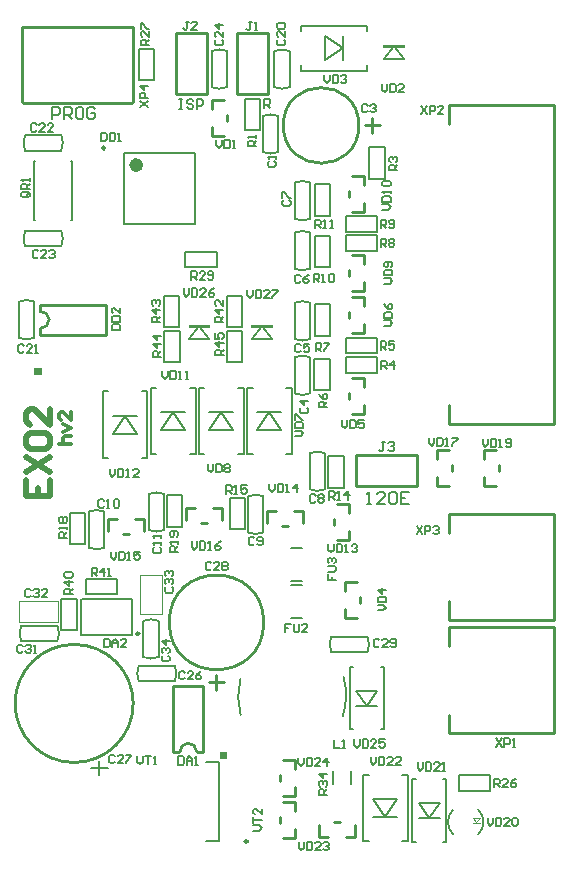
<source format=gto>
G04 Layer_Color=65535*
%FSLAX24Y24*%
%MOIN*%
G70*
G01*
G75*
%ADD10C,0.0079*%
%ADD36C,0.0118*%
%ADD37C,0.0197*%
%ADD41C,0.0236*%
%ADD42C,0.0098*%
%ADD61C,0.0070*%
%ADD62C,0.0100*%
%ADD63C,0.0071*%
%ADD64C,0.0039*%
%ADD65C,0.0050*%
%ADD66C,0.0059*%
G36*
X30616Y32163D02*
X30366D01*
Y32413D01*
X30616D01*
Y32163D01*
D02*
G37*
G36*
X36805Y19373D02*
X36555D01*
Y19623D01*
X36805D01*
Y19373D01*
D02*
G37*
G36*
X36236Y33733D02*
X35516D01*
Y33843D01*
X36236D01*
Y33733D01*
D02*
G37*
G36*
X42732Y43073D02*
X42012D01*
Y43183D01*
X42732D01*
Y43073D01*
D02*
G37*
G36*
X38323Y33733D02*
X37603D01*
Y33843D01*
X38323D01*
Y33733D01*
D02*
G37*
D10*
X33376Y39567D02*
X35738D01*
X33376Y37205D02*
X35738D01*
Y39567D01*
X33376Y37205D02*
Y39567D01*
X38927Y25167D02*
X39281D01*
X38927Y24065D02*
X39281D01*
X38927Y26417D02*
X39281D01*
X38927Y25315D02*
X39281D01*
X31594Y39311D02*
X31634D01*
Y37343D02*
Y39311D01*
X31594Y37343D02*
X31634D01*
X30374Y39311D02*
X30413D01*
X30374Y37343D02*
Y39311D01*
Y37343D02*
X30413D01*
X40315Y18553D02*
Y18986D01*
X40945Y18553D02*
Y18986D01*
X42042Y42703D02*
X42372Y43133D01*
X42702Y42703D01*
X42042D02*
X42702D01*
X41457Y43632D02*
Y43819D01*
Y42323D02*
Y42510D01*
X39252Y43632D02*
Y43819D01*
Y42323D02*
Y42510D01*
Y43819D02*
X41457D01*
X39252Y42323D02*
X41457D01*
X37461Y31732D02*
X37648D01*
X38770D02*
X38957D01*
X37461Y29528D02*
X37648D01*
X38770D02*
X38957D01*
X37461D02*
Y31732D01*
X38957Y29528D02*
Y31732D01*
X35856Y31742D02*
X36043D01*
X37165D02*
X37352D01*
X35856Y29537D02*
X36043D01*
X37165D02*
X37352D01*
X35856D02*
Y31742D01*
X37352Y29537D02*
Y31742D01*
X34252D02*
X34439D01*
X35561D02*
X35748D01*
X34252Y29537D02*
X34439D01*
X35561D02*
X35748D01*
X34252D02*
Y31742D01*
X35748Y29537D02*
Y31742D01*
X32648Y31624D02*
X32835D01*
X33957D02*
X34144D01*
X32648Y29419D02*
X32835D01*
X33957D02*
X34144D01*
X32648D02*
Y31624D01*
X34144Y29419D02*
Y31624D01*
X42028Y20364D02*
Y22451D01*
X40886Y20364D02*
Y22451D01*
X41919Y20364D02*
X42028D01*
X40886D02*
X40994D01*
X41919Y22451D02*
X42028D01*
X40886D02*
X40994D01*
X35546Y33363D02*
X35876Y33793D01*
X36206Y33363D01*
X35546D02*
X36206D01*
X37633D02*
X37963Y33793D01*
X38293Y33363D01*
X37633D02*
X38293D01*
X36112Y19262D02*
X36545D01*
X36112Y16624D02*
X36545D01*
Y19262D01*
X42638Y16644D02*
X42825D01*
X41329D02*
X41516D01*
X42638Y18848D02*
X42825D01*
X41329D02*
X41516D01*
X42825Y16644D02*
Y18848D01*
X41329Y16644D02*
Y18848D01*
X44114Y16604D02*
Y18691D01*
X42972Y16604D02*
Y18691D01*
X44006Y16604D02*
X44114D01*
X42972D02*
X43081D01*
X44006Y18691D02*
X44114D01*
X42972D02*
X43081D01*
X32274Y19085D02*
X32825D01*
X32539Y18848D02*
Y19311D01*
X42060Y29951D02*
X41955D01*
X42008D01*
Y29688D01*
X41955Y29636D01*
X41903D01*
X41850Y29688D01*
X42165Y29898D02*
X42218Y29951D01*
X42323D01*
X42375Y29898D01*
Y29846D01*
X42323Y29793D01*
X42270D01*
X42323D01*
X42375Y29741D01*
Y29688D01*
X42323Y29636D01*
X42218D01*
X42165Y29688D01*
X41476Y27884D02*
X41608D01*
X41542D01*
Y28277D01*
X41476Y28212D01*
X42067Y27884D02*
X41804D01*
X42067Y28146D01*
Y28212D01*
X42001Y28277D01*
X41870D01*
X41804Y28212D01*
X42198D02*
X42264Y28277D01*
X42395D01*
X42460Y28212D01*
Y27949D01*
X42395Y27884D01*
X42264D01*
X42198Y27949D01*
Y28212D01*
X42854Y28277D02*
X42592D01*
Y27884D01*
X42854D01*
X42592Y28081D02*
X42723D01*
X35207Y41358D02*
X35312D01*
X35259D01*
Y41043D01*
X35207D01*
X35312D01*
X35679Y41306D02*
X35627Y41358D01*
X35522D01*
X35469Y41306D01*
Y41253D01*
X35522Y41201D01*
X35627D01*
X35679Y41148D01*
Y41096D01*
X35627Y41043D01*
X35522D01*
X35469Y41096D01*
X35784Y41043D02*
Y41358D01*
X35941D01*
X35994Y41306D01*
Y41201D01*
X35941Y41148D01*
X35784D01*
X30965Y40718D02*
Y41112D01*
X31161D01*
X31227Y41046D01*
Y40915D01*
X31161Y40850D01*
X30965D01*
X31358Y40718D02*
Y41112D01*
X31555D01*
X31621Y41046D01*
Y40915D01*
X31555Y40850D01*
X31358D01*
X31489D02*
X31621Y40718D01*
X31948Y41112D02*
X31817D01*
X31752Y41046D01*
Y40784D01*
X31817Y40718D01*
X31948D01*
X32014Y40784D01*
Y41046D01*
X31948Y41112D01*
X32408Y41046D02*
X32342Y41112D01*
X32211D01*
X32145Y41046D01*
Y40784D01*
X32211Y40718D01*
X32342D01*
X32408Y40784D01*
Y40915D01*
X32276D01*
X38031Y41073D02*
Y41388D01*
X38189D01*
X38241Y41335D01*
Y41230D01*
X38189Y41178D01*
X38031D01*
X38136D02*
X38241Y41073D01*
D36*
X31191Y29882D02*
X31585D01*
X31388D01*
X31322Y29947D01*
Y30079D01*
X31388Y30144D01*
X31585D01*
X31322Y30275D02*
X31585Y30407D01*
X31322Y30538D01*
X31585Y30931D02*
Y30669D01*
X31322Y30931D01*
X31257D01*
X31191Y30866D01*
Y30735D01*
X31257Y30669D01*
D37*
X30099Y28665D02*
Y28140D01*
X30886D01*
Y28665D01*
X30492Y28140D02*
Y28402D01*
X30099Y28927D02*
X30886Y29452D01*
X30099D02*
X30886Y28927D01*
X30230Y29714D02*
X30099Y29845D01*
Y30108D01*
X30230Y30239D01*
X30755D01*
X30886Y30108D01*
Y29845D01*
X30755Y29714D01*
X30230D01*
X30886Y31026D02*
Y30501D01*
X30361Y31026D01*
X30230D01*
X30099Y30895D01*
Y30632D01*
X30230Y30501D01*
D41*
X33888Y39173D02*
G03*
X33888Y39173I-118J0D01*
G01*
D42*
X33874Y23556D02*
G03*
X33874Y23556I-49J0D01*
G01*
X32736Y39744D02*
G03*
X32736Y39744I-49J0D01*
G01*
X37490Y16624D02*
G03*
X37490Y16624I-49J0D01*
G01*
D61*
X38503Y40811D02*
G03*
X37992Y40810I-255J-609D01*
G01*
Y39604D02*
G03*
X38503Y39603I256J608D01*
G01*
X39056Y31561D02*
G03*
X39567Y31562I255J609D01*
G01*
Y32768D02*
G03*
X39056Y32769I-256J-608D01*
G01*
X39566Y34581D02*
G03*
X39055Y34580I-255J-609D01*
G01*
Y33373D02*
G03*
X39566Y33373I256J608D01*
G01*
X39055Y35715D02*
G03*
X39566Y35715I255J609D01*
G01*
Y36922D02*
G03*
X39055Y36922I-256J-608D01*
G01*
X39566Y38587D02*
G03*
X39055Y38586I-255J-609D01*
G01*
Y37379D02*
G03*
X39566Y37379I256J608D01*
G01*
X39557Y28362D02*
G03*
X40067Y28363I255J609D01*
G01*
Y29570D02*
G03*
X39557Y29570I-256J-608D01*
G01*
X38011Y28134D02*
G03*
X37500Y28133I-255J-609D01*
G01*
Y26926D02*
G03*
X38011Y26926I256J608D01*
G01*
X32705Y27622D02*
G03*
X32195Y27622I-255J-609D01*
G01*
Y26415D02*
G03*
X32705Y26414I256J608D01*
G01*
X34704Y28212D02*
G03*
X34193Y28212I-255J-609D01*
G01*
Y27005D02*
G03*
X34704Y27005I256J608D01*
G01*
X38377Y41768D02*
G03*
X38888Y41768I255J609D01*
G01*
Y42975D02*
G03*
X38377Y42976I-256J-608D01*
G01*
X30373Y34620D02*
G03*
X29862Y34619I-255J-609D01*
G01*
Y33412D02*
G03*
X30373Y33412I256J608D01*
G01*
X31274Y39657D02*
G03*
X31273Y40167I-609J255D01*
G01*
X30066D02*
G03*
X30066Y39657I608J-256D01*
G01*
X31274Y36468D02*
G03*
X31273Y36978I-609J255D01*
G01*
X30066D02*
G03*
X30066Y36468I608J-256D01*
G01*
X36291Y41768D02*
G03*
X36801Y41768I255J609D01*
G01*
Y42975D02*
G03*
X36291Y42976I-256J-608D01*
G01*
X33854Y22479D02*
G03*
X33855Y21969I609J-255D01*
G01*
X35062D02*
G03*
X35062Y22479I-608J256D01*
G01*
X40272Y23454D02*
G03*
X40272Y22943I609J-255D01*
G01*
X41479D02*
G03*
X41480Y23454I-608J256D01*
G01*
X29937Y23818D02*
G03*
X29938Y23307I609J-255D01*
G01*
X31144D02*
G03*
X31145Y23818I-608J256D01*
G01*
X34007Y22772D02*
G03*
X34518Y22772I255J609D01*
G01*
Y23979D02*
G03*
X34007Y23979I-256J-608D01*
G01*
X37992Y39606D02*
Y40807D01*
X38503Y39607D02*
Y40807D01*
X39567Y31565D02*
Y32766D01*
X39056Y31565D02*
Y32765D01*
X39055Y33376D02*
Y34577D01*
X39566Y33377D02*
Y34577D01*
Y35719D02*
Y36919D01*
X39055Y35719D02*
Y36919D01*
Y37382D02*
Y38583D01*
X39566Y37383D02*
Y38583D01*
X40067Y28366D02*
Y29567D01*
X39557Y28366D02*
Y29566D01*
X37500Y26929D02*
Y28130D01*
X38011Y26930D02*
Y28130D01*
X32195Y26417D02*
Y27618D01*
X32706Y26418D02*
Y27618D01*
X34193Y27008D02*
Y28209D01*
X34704Y27009D02*
Y28209D01*
X38888Y41772D02*
Y42972D01*
X38377Y41772D02*
Y42972D01*
X29862Y33415D02*
Y34616D01*
X30373Y33416D02*
Y34616D01*
X30069Y40167D02*
X31270D01*
X30070Y39656D02*
X31270D01*
X30069Y36978D02*
X31270D01*
X30070Y36467D02*
X31270D01*
X36801Y41772D02*
Y42972D01*
X36290Y41772D02*
Y42972D01*
X33858Y21969D02*
X35059D01*
X33858Y22479D02*
X35058D01*
X40276Y22943D02*
X41476D01*
X40276Y23454D02*
X41476D01*
X29941Y23307D02*
X31142D01*
X29941Y23818D02*
X31141D01*
X34518Y22776D02*
Y23976D01*
X34007Y22776D02*
Y23976D01*
X37382Y40325D02*
Y41368D01*
X37894Y40325D02*
Y41368D01*
X37382D02*
X37894D01*
X37382Y40325D02*
X37894D01*
X42057Y38720D02*
Y39764D01*
X41545Y38720D02*
Y39764D01*
Y38720D02*
X42057D01*
X41545Y39764D02*
X42057D01*
X40748Y32254D02*
X41791D01*
X40748Y32766D02*
X41791D01*
X40748Y32254D02*
Y32766D01*
X41791Y32254D02*
Y32766D01*
X40748Y32894D02*
X41791D01*
X40748Y33406D02*
X41791D01*
X40748Y32894D02*
Y33406D01*
X41791Y32894D02*
Y33406D01*
X40217Y31673D02*
Y32717D01*
X39705Y31673D02*
Y32717D01*
Y31673D02*
X40217D01*
X39705Y32717D02*
X40217D01*
X39715Y33484D02*
Y34528D01*
X40226Y33484D02*
Y34528D01*
X39715D02*
X40226D01*
X39715Y33484D02*
X40226D01*
X40748Y36319D02*
X41791D01*
X40748Y36831D02*
X41791D01*
X40748Y36319D02*
Y36831D01*
X41791Y36319D02*
Y36831D01*
X40748Y36949D02*
X41791D01*
X40748Y37461D02*
X41791D01*
X40748Y36949D02*
Y37461D01*
X41791Y36949D02*
Y37461D01*
X40226Y35768D02*
Y36811D01*
X39715Y35768D02*
Y36811D01*
Y35768D02*
X40226D01*
X39715Y36811D02*
X40226D01*
X39715Y37490D02*
Y38533D01*
X40226Y37490D02*
Y38533D01*
X39715D02*
X40226D01*
X39715Y37490D02*
X40226D01*
X40688Y28415D02*
Y29459D01*
X40176Y28415D02*
Y29459D01*
Y28415D02*
X40688D01*
X40176Y29459D02*
X40688D01*
X36890Y27037D02*
Y28081D01*
X37402Y27037D02*
Y28081D01*
X36890D02*
X37402D01*
X36890Y27037D02*
X37402D01*
X31565Y26526D02*
Y27569D01*
X32077Y26526D02*
Y27569D01*
X31565D02*
X32077D01*
X31565Y26526D02*
X32077D01*
X34793Y27116D02*
Y28159D01*
X35305Y27116D02*
Y28159D01*
X34793D02*
X35305D01*
X34793Y27116D02*
X35305D01*
X44518Y18317D02*
X45561D01*
X44518Y18829D02*
X45561D01*
X44518Y18317D02*
Y18829D01*
X45561Y18317D02*
Y18829D01*
X33848Y41998D02*
Y43041D01*
X34360Y41998D02*
Y43041D01*
X33848D02*
X34360D01*
X33848Y41998D02*
X34360D01*
X35413Y35758D02*
X36457D01*
X35413Y36270D02*
X36457D01*
X35413Y35758D02*
Y36270D01*
X36457Y35758D02*
Y36270D01*
X31791Y23671D02*
Y24715D01*
X31280Y23671D02*
Y24715D01*
Y23671D02*
X31791D01*
X31280Y24715D02*
X31791D01*
X32087Y24862D02*
X33130D01*
X32087Y25374D02*
X33130D01*
X32087Y24862D02*
Y25374D01*
X33130Y24862D02*
Y25374D01*
X37313Y33760D02*
Y34803D01*
X36801Y33760D02*
Y34803D01*
Y33760D02*
X37313D01*
X36801Y34803D02*
X37313D01*
X35207Y33760D02*
Y34803D01*
X34695Y33760D02*
Y34803D01*
Y33760D02*
X35207D01*
X34695Y34803D02*
X35207D01*
X34705Y32608D02*
Y33652D01*
X35217Y32608D02*
Y33652D01*
X34705D02*
X35217D01*
X34705Y32608D02*
X35217D01*
X36801D02*
Y33652D01*
X37313Y32608D02*
Y33652D01*
X36801D02*
X37313D01*
X36801Y32608D02*
X37313D01*
D62*
X33671Y21226D02*
G03*
X33671Y21226I-1969J0D01*
G01*
X38022Y23927D02*
G03*
X38022Y23927I-1575J0D01*
G01*
X35785Y19622D02*
G03*
X35227Y19603I-280J0D01*
G01*
X30587Y33732D02*
G03*
X30568Y34291I0J280D01*
G01*
X41193Y40492D02*
G03*
X41193Y40492I-1260J0D01*
G01*
X36447Y21677D02*
Y22177D01*
X36197Y21927D02*
X36697D01*
X35004Y19602D02*
Y21802D01*
X36004Y19602D02*
Y21802D01*
X35004D02*
X36004D01*
X35004Y19602D02*
X35204D01*
X35804D02*
X36004D01*
X30566Y34513D02*
X32766D01*
X30566Y33513D02*
X32766D01*
Y34513D01*
X30566Y34313D02*
Y34513D01*
Y33513D02*
Y33713D01*
X37136Y41526D02*
Y43573D01*
X38159Y41526D02*
Y43573D01*
X37136D02*
X38159D01*
X37136Y41526D02*
X38159D01*
X35098D02*
Y43573D01*
X36122Y41526D02*
Y43573D01*
X35098D02*
X36122D01*
X35098Y41526D02*
X36122D01*
X36293Y41354D02*
X36693D01*
X36293Y41054D02*
Y41354D01*
Y40154D02*
X36693D01*
X36293D02*
Y40454D01*
X36793Y40654D02*
Y40854D01*
X40722Y24072D02*
Y24372D01*
Y25272D02*
X41122D01*
X40722Y24972D02*
Y25272D01*
X41222Y24572D02*
Y24772D01*
X40722Y24072D02*
X41122D01*
X41364Y31790D02*
Y32090D01*
X40964Y30890D02*
X41364D01*
Y31190D01*
X40864Y31390D02*
Y31590D01*
X40964Y32090D02*
X41364D01*
Y34487D02*
Y34787D01*
X40964Y33587D02*
X41364D01*
Y33887D01*
X40864Y34087D02*
Y34287D01*
X40964Y34787D02*
X41364D01*
Y35874D02*
Y36174D01*
X40964Y34974D02*
X41364D01*
Y35274D01*
X40864Y35474D02*
Y35674D01*
X40964Y36174D02*
X41364D01*
Y38502D02*
Y38802D01*
X40964Y37602D02*
X41364D01*
Y37902D01*
X40864Y38102D02*
Y38302D01*
X40964Y38802D02*
X41364D01*
X40472Y26687D02*
X40872D01*
Y26987D01*
X40472Y27887D02*
X40872D01*
Y27587D02*
Y27887D01*
X40372Y27187D02*
Y27387D01*
X39346Y27254D02*
Y27654D01*
X39046D02*
X39346D01*
X38146Y27254D02*
Y27654D01*
X38446D01*
X38646Y27154D02*
X38846D01*
X34041Y26988D02*
Y27388D01*
X33741D02*
X34041D01*
X32841Y26988D02*
Y27388D01*
X33141D01*
X33341Y26888D02*
X33541D01*
X36640Y27333D02*
Y27733D01*
X36340D02*
X36640D01*
X35440Y27333D02*
Y27733D01*
X35740D01*
X35940Y27233D02*
X36140D01*
X45368Y29661D02*
X45768D01*
X45368Y29361D02*
Y29661D01*
Y28461D02*
X45768D01*
X45368D02*
Y28761D01*
X45868Y28961D02*
Y29161D01*
X40766Y16775D02*
X41066D01*
X39866D02*
Y17175D01*
Y16775D02*
X40166D01*
X40366Y17275D02*
X40566D01*
X41066Y16775D02*
Y17175D01*
X39051Y19024D02*
Y19324D01*
X38651Y18124D02*
X39051D01*
Y18424D01*
X38551Y18624D02*
Y18824D01*
X38651Y19324D02*
X39051D01*
X47707Y20226D02*
Y23770D01*
X44203Y20226D02*
Y20856D01*
Y23140D02*
Y23770D01*
Y20226D02*
X47707D01*
X44203Y23770D02*
X47707D01*
Y30551D02*
Y41181D01*
X44203Y40551D02*
Y41181D01*
Y30551D02*
Y31181D01*
Y30551D02*
X47707D01*
X44203Y41181D02*
X47707D01*
Y24006D02*
Y27549D01*
X44203Y24006D02*
Y24636D01*
Y26919D02*
Y27549D01*
Y24006D02*
X47707D01*
X44203Y27549D02*
X47707D01*
X29967Y43778D02*
X32108Y43776D01*
X29967Y41278D02*
Y43778D01*
X33667Y41278D02*
Y43778D01*
X29982Y41256D02*
X33644D01*
X32067Y43778D02*
X33644Y43776D01*
X39051Y17626D02*
Y17926D01*
X38651Y16726D02*
X39051D01*
Y17026D01*
X38551Y17226D02*
Y17426D01*
X38651Y17926D02*
X39051D01*
X43813Y29661D02*
X44213D01*
X43813Y29361D02*
Y29661D01*
Y28461D02*
X44213D01*
X43813D02*
Y28761D01*
X44313Y28961D02*
Y29161D01*
X41098Y28474D02*
X43146D01*
X41098Y29498D02*
X43146D01*
X41098Y28474D02*
Y29498D01*
X43146Y28474D02*
Y29498D01*
X41633Y40242D02*
Y40742D01*
X41383Y40492D02*
X41883D01*
D63*
X40651Y20800D02*
G03*
X40681Y22100I-2035J697D01*
G01*
X37248Y22036D02*
G03*
X37252Y20843I2068J-589D01*
G01*
X44336Y17689D02*
G03*
X44336Y16854I418J-418D01*
G01*
X45172D02*
G03*
X45172Y17689I-418J418D01*
G01*
X33645Y23514D02*
Y24714D01*
X31945Y23514D02*
Y24714D01*
X31949Y23506D02*
X33642D01*
X31949Y24723D02*
X33642D01*
D64*
X29872Y23937D02*
Y24646D01*
X31171Y23937D02*
Y24646D01*
X29872D02*
X31171D01*
X29872Y23937D02*
X31171D01*
X33907Y25492D02*
X34616D01*
X33907Y24193D02*
X34616D01*
Y25492D01*
X33907Y24193D02*
Y25492D01*
X44990Y17402D02*
X45108Y17283D01*
X45108D02*
X45226Y17402D01*
X44990D02*
X45226D01*
X44990Y17244D02*
X45226D01*
D65*
X40654Y42671D02*
Y43471D01*
X40054Y42671D02*
Y43471D01*
Y42671D02*
X40654Y43071D01*
X40054Y43471D02*
X40654Y43071D01*
X37809Y30930D02*
X38609D01*
X37809Y30330D02*
X38609D01*
X38209Y30930D02*
X38609Y30330D01*
X37809D02*
X38209Y30930D01*
X36204Y30940D02*
X37004D01*
X36204Y30340D02*
X37004D01*
X36604Y30940D02*
X37004Y30340D01*
X36204D02*
X36604Y30940D01*
X34600D02*
X35400D01*
X34600Y30340D02*
X35400D01*
X35000Y30940D02*
X35400Y30340D01*
X34600D02*
X35000Y30940D01*
X32996Y30822D02*
X33796D01*
X32996Y30222D02*
X33796D01*
X33396Y30822D02*
X33796Y30222D01*
X32996D02*
X33396Y30822D01*
X41457Y21157D02*
X41807Y21657D01*
X41107D02*
X41457Y21157D01*
X41107D02*
X41807D01*
X41107Y21657D02*
X41807D01*
X41677Y17446D02*
X42477D01*
X41677Y18046D02*
X42477D01*
X41677D02*
X42077Y17446D01*
X42477Y18046D01*
X43543Y17398D02*
X43893Y17898D01*
X43193D02*
X43543Y17398D01*
X43193D02*
X43893D01*
X43193Y17898D02*
X43893D01*
D66*
X38196Y39298D02*
X38150Y39252D01*
Y39160D01*
X38196Y39114D01*
X38379D01*
X38425Y39160D01*
Y39252D01*
X38379Y39298D01*
X38425Y39390D02*
Y39482D01*
Y39436D01*
X38150D01*
X38196Y39390D01*
X39278Y31079D02*
X39232Y31033D01*
Y30942D01*
X39278Y30896D01*
X39462D01*
X39508Y30942D01*
Y31033D01*
X39462Y31079D01*
X39508Y31309D02*
X39232D01*
X39370Y31171D01*
Y31355D01*
X39258Y33173D02*
X39213Y33218D01*
X39121D01*
X39075Y33173D01*
Y32989D01*
X39121Y32943D01*
X39213D01*
X39258Y32989D01*
X39534Y33218D02*
X39350D01*
Y33081D01*
X39442Y33127D01*
X39488D01*
X39534Y33081D01*
Y32989D01*
X39488Y32943D01*
X39396D01*
X39350Y32989D01*
X39249Y35476D02*
X39203Y35522D01*
X39111D01*
X39065Y35476D01*
Y35292D01*
X39111Y35246D01*
X39203D01*
X39249Y35292D01*
X39524Y35522D02*
X39432Y35476D01*
X39340Y35384D01*
Y35292D01*
X39386Y35246D01*
X39478D01*
X39524Y35292D01*
Y35338D01*
X39478Y35384D01*
X39340D01*
X38688Y37999D02*
X38642Y37953D01*
Y37861D01*
X38688Y37815D01*
X38871D01*
X38917Y37861D01*
Y37953D01*
X38871Y37999D01*
X38642Y38090D02*
Y38274D01*
X38688D01*
X38871Y38090D01*
X38917D01*
X39751Y28153D02*
X39705Y28199D01*
X39613D01*
X39567Y28153D01*
Y27969D01*
X39613Y27923D01*
X39705D01*
X39751Y27969D01*
X39842Y28153D02*
X39888Y28199D01*
X39980D01*
X40026Y28153D01*
Y28107D01*
X39980Y28061D01*
X40026Y28015D01*
Y27969D01*
X39980Y27923D01*
X39888D01*
X39842Y27969D01*
Y28015D01*
X39888Y28061D01*
X39842Y28107D01*
Y28153D01*
X39888Y28061D02*
X39980D01*
X37713Y26735D02*
X37667Y26781D01*
X37575D01*
X37530Y26735D01*
Y26552D01*
X37575Y26506D01*
X37667D01*
X37713Y26552D01*
X37805D02*
X37851Y26506D01*
X37943D01*
X37989Y26552D01*
Y26735D01*
X37943Y26781D01*
X37851D01*
X37805Y26735D01*
Y26690D01*
X37851Y26644D01*
X37989D01*
X32694Y27985D02*
X32648Y28031D01*
X32556D01*
X32510Y27985D01*
Y27802D01*
X32556Y27756D01*
X32648D01*
X32694Y27802D01*
X32785Y27756D02*
X32877D01*
X32831D01*
Y28031D01*
X32785Y27985D01*
X33015D02*
X33061Y28031D01*
X33153D01*
X33199Y27985D01*
Y27802D01*
X33153Y27756D01*
X33061D01*
X33015Y27802D01*
Y27985D01*
X34367Y26424D02*
X34321Y26378D01*
Y26286D01*
X34367Y26240D01*
X34551D01*
X34596Y26286D01*
Y26378D01*
X34551Y26424D01*
X34596Y26516D02*
Y26607D01*
Y26562D01*
X34321D01*
X34367Y26516D01*
X34596Y26745D02*
Y26837D01*
Y26791D01*
X34321D01*
X34367Y26745D01*
X38501Y43353D02*
X38455Y43307D01*
Y43215D01*
X38501Y43169D01*
X38684D01*
X38730Y43215D01*
Y43307D01*
X38684Y43353D01*
X38730Y43628D02*
Y43445D01*
X38547Y43628D01*
X38501D01*
X38455Y43583D01*
Y43491D01*
X38501Y43445D01*
Y43720D02*
X38455Y43766D01*
Y43858D01*
X38501Y43904D01*
X38684D01*
X38730Y43858D01*
Y43766D01*
X38684Y43720D01*
X38501D01*
X30026Y33153D02*
X29980Y33199D01*
X29888D01*
X29843Y33153D01*
Y32969D01*
X29888Y32923D01*
X29980D01*
X30026Y32969D01*
X30302Y32923D02*
X30118D01*
X30302Y33107D01*
Y33153D01*
X30256Y33199D01*
X30164D01*
X30118Y33153D01*
X30394Y32923D02*
X30485D01*
X30439D01*
Y33199D01*
X30394Y33153D01*
X30449Y40515D02*
X30403Y40561D01*
X30312D01*
X30266Y40515D01*
Y40331D01*
X30312Y40285D01*
X30403D01*
X30449Y40331D01*
X30725Y40285D02*
X30541D01*
X30725Y40469D01*
Y40515D01*
X30679Y40561D01*
X30587D01*
X30541Y40515D01*
X31000Y40285D02*
X30817D01*
X31000Y40469D01*
Y40515D01*
X30954Y40561D01*
X30863D01*
X30817Y40515D01*
X30499Y36302D02*
X30453Y36348D01*
X30361D01*
X30315Y36302D01*
Y36119D01*
X30361Y36073D01*
X30453D01*
X30499Y36119D01*
X30774Y36073D02*
X30590D01*
X30774Y36256D01*
Y36302D01*
X30728Y36348D01*
X30636D01*
X30590Y36302D01*
X30866D02*
X30912Y36348D01*
X31004D01*
X31050Y36302D01*
Y36256D01*
X31004Y36211D01*
X30958D01*
X31004D01*
X31050Y36165D01*
Y36119D01*
X31004Y36073D01*
X30912D01*
X30866Y36119D01*
X36444Y43343D02*
X36398Y43297D01*
Y43205D01*
X36444Y43159D01*
X36627D01*
X36673Y43205D01*
Y43297D01*
X36627Y43343D01*
X36673Y43619D02*
Y43435D01*
X36490Y43619D01*
X36444D01*
X36398Y43573D01*
Y43481D01*
X36444Y43435D01*
X36673Y43848D02*
X36398D01*
X36535Y43710D01*
Y43894D01*
X35390Y22257D02*
X35344Y22303D01*
X35253D01*
X35207Y22257D01*
Y22073D01*
X35253Y22028D01*
X35344D01*
X35390Y22073D01*
X35666Y22028D02*
X35482D01*
X35666Y22211D01*
Y22257D01*
X35620Y22303D01*
X35528D01*
X35482Y22257D01*
X35941Y22303D02*
X35850Y22257D01*
X35758Y22165D01*
Y22073D01*
X35804Y22028D01*
X35895D01*
X35941Y22073D01*
Y22119D01*
X35895Y22165D01*
X35758D01*
X33058Y19462D02*
X33012Y19508D01*
X32920D01*
X32874Y19462D01*
Y19278D01*
X32920Y19232D01*
X33012D01*
X33058Y19278D01*
X33333Y19232D02*
X33150D01*
X33333Y19416D01*
Y19462D01*
X33287Y19508D01*
X33195D01*
X33150Y19462D01*
X33425Y19508D02*
X33609D01*
Y19462D01*
X33425Y19278D01*
Y19232D01*
X36266Y25899D02*
X36220Y25945D01*
X36129D01*
X36083Y25899D01*
Y25715D01*
X36129Y25669D01*
X36220D01*
X36266Y25715D01*
X36542Y25669D02*
X36358D01*
X36542Y25853D01*
Y25899D01*
X36496Y25945D01*
X36404D01*
X36358Y25899D01*
X36634D02*
X36680Y25945D01*
X36771D01*
X36817Y25899D01*
Y25853D01*
X36771Y25807D01*
X36817Y25761D01*
Y25715D01*
X36771Y25669D01*
X36680D01*
X36634Y25715D01*
Y25761D01*
X36680Y25807D01*
X36634Y25853D01*
Y25899D01*
X36680Y25807D02*
X36771D01*
X41877Y23330D02*
X41831Y23376D01*
X41739D01*
X41693Y23330D01*
Y23146D01*
X41739Y23100D01*
X41831D01*
X41877Y23146D01*
X42152Y23100D02*
X41968D01*
X42152Y23284D01*
Y23330D01*
X42106Y23376D01*
X42014D01*
X41968Y23330D01*
X42244Y23146D02*
X42290Y23100D01*
X42382D01*
X42428Y23146D01*
Y23330D01*
X42382Y23376D01*
X42290D01*
X42244Y23330D01*
Y23284D01*
X42290Y23238D01*
X42428D01*
X29987Y23143D02*
X29941Y23189D01*
X29849D01*
X29803Y23143D01*
Y22959D01*
X29849Y22913D01*
X29941D01*
X29987Y22959D01*
X30079Y23143D02*
X30125Y23189D01*
X30216D01*
X30262Y23143D01*
Y23097D01*
X30216Y23051D01*
X30170D01*
X30216D01*
X30262Y23005D01*
Y22959D01*
X30216Y22913D01*
X30125D01*
X30079Y22959D01*
X30354Y22913D02*
X30446D01*
X30400D01*
Y23189D01*
X30354Y23143D01*
X30253Y24993D02*
X30207Y25039D01*
X30115D01*
X30069Y24993D01*
Y24810D01*
X30115Y24764D01*
X30207D01*
X30253Y24810D01*
X30344Y24993D02*
X30390Y25039D01*
X30482D01*
X30528Y24993D01*
Y24947D01*
X30482Y24902D01*
X30436D01*
X30482D01*
X30528Y24856D01*
Y24810D01*
X30482Y24764D01*
X30390D01*
X30344Y24810D01*
X30804Y24764D02*
X30620D01*
X30804Y24947D01*
Y24993D01*
X30758Y25039D01*
X30666D01*
X30620Y24993D01*
X34780Y25105D02*
X34734Y25059D01*
Y24967D01*
X34780Y24921D01*
X34964D01*
X35010Y24967D01*
Y25059D01*
X34964Y25105D01*
X34780Y25197D02*
X34734Y25243D01*
Y25335D01*
X34780Y25380D01*
X34826D01*
X34872Y25335D01*
Y25289D01*
Y25335D01*
X34918Y25380D01*
X34964D01*
X35010Y25335D01*
Y25243D01*
X34964Y25197D01*
X34780Y25472D02*
X34734Y25518D01*
Y25610D01*
X34780Y25656D01*
X34826D01*
X34872Y25610D01*
Y25564D01*
Y25610D01*
X34918Y25656D01*
X34964D01*
X35010Y25610D01*
Y25518D01*
X34964Y25472D01*
X34662Y22812D02*
X34616Y22766D01*
Y22674D01*
X34662Y22628D01*
X34846D01*
X34892Y22674D01*
Y22766D01*
X34846Y22812D01*
X34662Y22903D02*
X34616Y22949D01*
Y23041D01*
X34662Y23087D01*
X34708D01*
X34754Y23041D01*
Y22995D01*
Y23041D01*
X34800Y23087D01*
X34846D01*
X34892Y23041D01*
Y22949D01*
X34846Y22903D01*
X34892Y23317D02*
X34616D01*
X34754Y23179D01*
Y23363D01*
X35177Y19459D02*
Y19183D01*
X35315D01*
X35361Y19229D01*
Y19413D01*
X35315Y19459D01*
X35177D01*
X35453Y19183D02*
Y19367D01*
X35545Y19459D01*
X35636Y19367D01*
Y19183D01*
Y19321D01*
X35453D01*
X35728Y19183D02*
X35820D01*
X35774D01*
Y19459D01*
X35728Y19413D01*
X32697Y23376D02*
Y23100D01*
X32835D01*
X32881Y23146D01*
Y23330D01*
X32835Y23376D01*
X32697D01*
X32972Y23100D02*
Y23284D01*
X33064Y23376D01*
X33156Y23284D01*
Y23100D01*
Y23238D01*
X32972D01*
X33432Y23100D02*
X33248D01*
X33432Y23284D01*
Y23330D01*
X33386Y23376D01*
X33294D01*
X33248Y23330D01*
X32608Y40256D02*
Y39980D01*
X32746D01*
X32792Y40026D01*
Y40210D01*
X32746Y40256D01*
X32608D01*
X32884D02*
Y39980D01*
X33022D01*
X33067Y40026D01*
Y40210D01*
X33022Y40256D01*
X32884D01*
X33159Y39980D02*
X33251D01*
X33205D01*
Y40256D01*
X33159Y40210D01*
X32953Y33681D02*
X33228D01*
Y33819D01*
X33182Y33865D01*
X32999D01*
X32953Y33819D01*
Y33681D01*
Y33957D02*
X33228D01*
Y34094D01*
X33182Y34140D01*
X32999D01*
X32953Y34094D01*
Y33957D01*
X33228Y34416D02*
Y34232D01*
X33045Y34416D01*
X32999D01*
X32953Y34370D01*
Y34278D01*
X32999Y34232D01*
X38924Y23878D02*
X38740D01*
Y23740D01*
X38832D01*
X38740D01*
Y23602D01*
X39016Y23878D02*
Y23648D01*
X39062Y23602D01*
X39153D01*
X39199Y23648D01*
Y23878D01*
X39475Y23602D02*
X39291D01*
X39475Y23786D01*
Y23832D01*
X39429Y23878D01*
X39337D01*
X39291Y23832D01*
X40148Y25528D02*
Y25344D01*
X40285D01*
Y25436D01*
Y25344D01*
X40423D01*
X40148Y25620D02*
X40377D01*
X40423Y25666D01*
Y25758D01*
X40377Y25804D01*
X40148D01*
X40194Y25895D02*
X40148Y25941D01*
Y26033D01*
X40194Y26079D01*
X40240D01*
X40285Y26033D01*
Y25987D01*
Y26033D01*
X40331Y26079D01*
X40377D01*
X40423Y26033D01*
Y25941D01*
X40377Y25895D01*
X37625Y43947D02*
X37533D01*
X37579D01*
Y43717D01*
X37533Y43671D01*
X37487D01*
X37441Y43717D01*
X37716Y43671D02*
X37808D01*
X37762D01*
Y43947D01*
X37716Y43901D01*
X35518Y43957D02*
X35426D01*
X35472D01*
Y43727D01*
X35426Y43681D01*
X35381D01*
X35335Y43727D01*
X35794Y43681D02*
X35610D01*
X35794Y43865D01*
Y43911D01*
X35748Y43957D01*
X35656D01*
X35610Y43911D01*
X40364Y20020D02*
Y19744D01*
X40548D01*
X40640D02*
X40732D01*
X40686D01*
Y20020D01*
X40640Y19974D01*
X30171Y38274D02*
X29987D01*
X29941Y38228D01*
Y38136D01*
X29987Y38091D01*
X30171D01*
X30217Y38136D01*
Y38228D01*
X30125Y38182D02*
X30217Y38274D01*
Y38228D02*
X30171Y38274D01*
X30217Y38366D02*
X29941D01*
Y38504D01*
X29987Y38550D01*
X30079D01*
X30125Y38504D01*
Y38366D01*
Y38458D02*
X30217Y38550D01*
Y38642D02*
Y38733D01*
Y38687D01*
X29941D01*
X29987Y38642D01*
X37776Y39793D02*
X37500D01*
Y39931D01*
X37546Y39977D01*
X37638D01*
X37684Y39931D01*
Y39793D01*
Y39885D02*
X37776Y39977D01*
Y40069D02*
Y40161D01*
Y40115D01*
X37500D01*
X37546Y40069D01*
X42480Y38996D02*
X42205D01*
Y39134D01*
X42251Y39180D01*
X42343D01*
X42388Y39134D01*
Y38996D01*
Y39088D02*
X42480Y39180D01*
X42251Y39272D02*
X42205Y39317D01*
Y39409D01*
X42251Y39455D01*
X42297D01*
X42343Y39409D01*
Y39363D01*
Y39409D01*
X42388Y39455D01*
X42434D01*
X42480Y39409D01*
Y39317D01*
X42434Y39272D01*
X41939Y32372D02*
Y32648D01*
X42077D01*
X42123Y32602D01*
Y32510D01*
X42077Y32464D01*
X41939D01*
X42031D02*
X42123Y32372D01*
X42352D02*
Y32648D01*
X42214Y32510D01*
X42398D01*
X41919Y33022D02*
Y33297D01*
X42057D01*
X42103Y33251D01*
Y33159D01*
X42057Y33113D01*
X41919D01*
X42011D02*
X42103Y33022D01*
X42378Y33297D02*
X42195D01*
Y33159D01*
X42287Y33205D01*
X42333D01*
X42378Y33159D01*
Y33068D01*
X42333Y33022D01*
X42241D01*
X42195Y33068D01*
X40128Y31093D02*
X39852D01*
Y31230D01*
X39898Y31276D01*
X39990D01*
X40036Y31230D01*
Y31093D01*
Y31184D02*
X40128Y31276D01*
X39852Y31552D02*
X39898Y31460D01*
X39990Y31368D01*
X40082D01*
X40128Y31414D01*
Y31506D01*
X40082Y31552D01*
X40036D01*
X39990Y31506D01*
Y31368D01*
X39754Y32963D02*
Y33238D01*
X39892D01*
X39938Y33192D01*
Y33100D01*
X39892Y33054D01*
X39754D01*
X39846D02*
X39938Y32963D01*
X40029Y33238D02*
X40213D01*
Y33192D01*
X40029Y33009D01*
Y32963D01*
X41919Y36447D02*
Y36722D01*
X42057D01*
X42103Y36676D01*
Y36585D01*
X42057Y36539D01*
X41919D01*
X42011D02*
X42103Y36447D01*
X42195Y36676D02*
X42241Y36722D01*
X42333D01*
X42378Y36676D01*
Y36631D01*
X42333Y36585D01*
X42378Y36539D01*
Y36493D01*
X42333Y36447D01*
X42241D01*
X42195Y36493D01*
Y36539D01*
X42241Y36585D01*
X42195Y36631D01*
Y36676D01*
X42241Y36585D02*
X42333D01*
X41919Y37077D02*
Y37352D01*
X42057D01*
X42103Y37306D01*
Y37215D01*
X42057Y37169D01*
X41919D01*
X42011D02*
X42103Y37077D01*
X42195Y37123D02*
X42241Y37077D01*
X42333D01*
X42378Y37123D01*
Y37306D01*
X42333Y37352D01*
X42241D01*
X42195Y37306D01*
Y37260D01*
X42241Y37215D01*
X42378D01*
X39685Y35276D02*
Y35551D01*
X39823D01*
X39869Y35505D01*
Y35413D01*
X39823Y35367D01*
X39685D01*
X39777D02*
X39869Y35276D01*
X39961D02*
X40052D01*
X40006D01*
Y35551D01*
X39961Y35505D01*
X40190D02*
X40236Y35551D01*
X40328D01*
X40374Y35505D01*
Y35322D01*
X40328Y35276D01*
X40236D01*
X40190Y35322D01*
Y35505D01*
X39734Y37067D02*
Y37342D01*
X39872D01*
X39918Y37297D01*
Y37205D01*
X39872Y37159D01*
X39734D01*
X39826D02*
X39918Y37067D01*
X40010D02*
X40102D01*
X40056D01*
Y37342D01*
X40010Y37297D01*
X40239Y37067D02*
X40331D01*
X40285D01*
Y37342D01*
X40239Y37297D01*
X40197Y28022D02*
Y28297D01*
X40335D01*
X40381Y28251D01*
Y28159D01*
X40335Y28113D01*
X40197D01*
X40289D02*
X40381Y28022D01*
X40472D02*
X40564D01*
X40518D01*
Y28297D01*
X40472Y28251D01*
X40840Y28022D02*
Y28297D01*
X40702Y28159D01*
X40886D01*
X36772Y28219D02*
Y28494D01*
X36909D01*
X36955Y28448D01*
Y28356D01*
X36909Y28310D01*
X36772D01*
X36863D02*
X36955Y28219D01*
X37047D02*
X37139D01*
X37093D01*
Y28494D01*
X37047Y28448D01*
X37460Y28494D02*
X37277D01*
Y28356D01*
X37369Y28402D01*
X37414D01*
X37460Y28356D01*
Y28264D01*
X37414Y28219D01*
X37323D01*
X37277Y28264D01*
X31467Y26752D02*
X31191D01*
Y26890D01*
X31237Y26936D01*
X31329D01*
X31375Y26890D01*
Y26752D01*
Y26844D02*
X31467Y26936D01*
Y27027D02*
Y27119D01*
Y27073D01*
X31191D01*
X31237Y27027D01*
Y27257D02*
X31191Y27303D01*
Y27395D01*
X31237Y27441D01*
X31283D01*
X31329Y27395D01*
X31375Y27441D01*
X31421D01*
X31467Y27395D01*
Y27303D01*
X31421Y27257D01*
X31375D01*
X31329Y27303D01*
X31283Y27257D01*
X31237D01*
X31329Y27303D02*
Y27395D01*
X35167Y26280D02*
X34892D01*
Y26417D01*
X34938Y26463D01*
X35030D01*
X35075Y26417D01*
Y26280D01*
Y26371D02*
X35167Y26463D01*
Y26555D02*
Y26647D01*
Y26601D01*
X34892D01*
X34938Y26555D01*
X35121Y26785D02*
X35167Y26831D01*
Y26922D01*
X35121Y26968D01*
X34938D01*
X34892Y26922D01*
Y26831D01*
X34938Y26785D01*
X34984D01*
X35030Y26831D01*
Y26968D01*
X45699Y18435D02*
Y18711D01*
X45837D01*
X45882Y18665D01*
Y18573D01*
X45837Y18527D01*
X45699D01*
X45791D02*
X45882Y18435D01*
X46158D02*
X45974D01*
X46158Y18619D01*
Y18665D01*
X46112Y18711D01*
X46020D01*
X45974Y18665D01*
X46433Y18711D02*
X46342Y18665D01*
X46250Y18573D01*
Y18481D01*
X46296Y18435D01*
X46388D01*
X46433Y18481D01*
Y18527D01*
X46388Y18573D01*
X46250D01*
X34193Y43169D02*
X33917D01*
Y43307D01*
X33963Y43353D01*
X34055D01*
X34101Y43307D01*
Y43169D01*
Y43261D02*
X34193Y43353D01*
Y43628D02*
Y43445D01*
X34009Y43628D01*
X33963D01*
X33917Y43583D01*
Y43491D01*
X33963Y43445D01*
X33917Y43720D02*
Y43904D01*
X33963D01*
X34147Y43720D01*
X34193D01*
X35610Y35354D02*
Y35630D01*
X35748D01*
X35794Y35584D01*
Y35492D01*
X35748Y35446D01*
X35610D01*
X35702D02*
X35794Y35354D01*
X36069D02*
X35886D01*
X36069Y35538D01*
Y35584D01*
X36023Y35630D01*
X35932D01*
X35886Y35584D01*
X36161Y35400D02*
X36207Y35354D01*
X36299D01*
X36345Y35400D01*
Y35584D01*
X36299Y35630D01*
X36207D01*
X36161Y35584D01*
Y35538D01*
X36207Y35492D01*
X36345D01*
X40138Y18179D02*
X39862D01*
Y18317D01*
X39908Y18363D01*
X40000D01*
X40046Y18317D01*
Y18179D01*
Y18271D02*
X40138Y18363D01*
X39908Y18455D02*
X39862Y18501D01*
Y18592D01*
X39908Y18638D01*
X39954D01*
X40000Y18592D01*
Y18546D01*
Y18592D01*
X40046Y18638D01*
X40092D01*
X40138Y18592D01*
Y18501D01*
X40092Y18455D01*
X40138Y18868D02*
X39862D01*
X40000Y18730D01*
Y18914D01*
X31654Y24872D02*
X31378D01*
Y25010D01*
X31424Y25056D01*
X31516D01*
X31562Y25010D01*
Y24872D01*
Y24964D02*
X31654Y25056D01*
Y25285D02*
X31378D01*
X31516Y25148D01*
Y25331D01*
X31424Y25423D02*
X31378Y25469D01*
Y25561D01*
X31424Y25607D01*
X31608D01*
X31654Y25561D01*
Y25469D01*
X31608Y25423D01*
X31424D01*
X32283Y25472D02*
Y25748D01*
X32421D01*
X32467Y25702D01*
Y25610D01*
X32421Y25564D01*
X32283D01*
X32375D02*
X32467Y25472D01*
X32697D02*
Y25748D01*
X32559Y25610D01*
X32743D01*
X32834Y25472D02*
X32926D01*
X32880D01*
Y25748D01*
X32834Y25702D01*
X36673Y33927D02*
X36398D01*
Y34065D01*
X36444Y34111D01*
X36535D01*
X36581Y34065D01*
Y33927D01*
Y34019D02*
X36673Y34111D01*
Y34340D02*
X36398D01*
X36535Y34203D01*
Y34386D01*
X36673Y34662D02*
Y34478D01*
X36490Y34662D01*
X36444D01*
X36398Y34616D01*
Y34524D01*
X36444Y34478D01*
X34567Y33937D02*
X34291D01*
Y34075D01*
X34337Y34121D01*
X34429D01*
X34475Y34075D01*
Y33937D01*
Y34029D02*
X34567Y34121D01*
Y34350D02*
X34291D01*
X34429Y34213D01*
Y34396D01*
X34337Y34488D02*
X34291Y34534D01*
Y34626D01*
X34337Y34672D01*
X34383D01*
X34429Y34626D01*
Y34580D01*
Y34626D01*
X34475Y34672D01*
X34521D01*
X34567Y34626D01*
Y34534D01*
X34521Y34488D01*
X34596Y32785D02*
X34321D01*
Y32923D01*
X34367Y32969D01*
X34459D01*
X34505Y32923D01*
Y32785D01*
Y32877D02*
X34596Y32969D01*
Y33199D02*
X34321D01*
X34459Y33061D01*
Y33245D01*
X34596Y33474D02*
X34321D01*
X34459Y33336D01*
Y33520D01*
X36683Y32835D02*
X36408D01*
Y32972D01*
X36453Y33018D01*
X36545D01*
X36591Y32972D01*
Y32835D01*
Y32926D02*
X36683Y33018D01*
Y33248D02*
X36408D01*
X36545Y33110D01*
Y33294D01*
X36408Y33569D02*
Y33386D01*
X36545D01*
X36499Y33477D01*
Y33523D01*
X36545Y33569D01*
X36637D01*
X36683Y33523D01*
Y33432D01*
X36637Y33386D01*
X36437Y40010D02*
Y39826D01*
X36529Y39734D01*
X36621Y39826D01*
Y40010D01*
X36713D02*
Y39734D01*
X36850D01*
X36896Y39780D01*
Y39964D01*
X36850Y40010D01*
X36713D01*
X36988Y39734D02*
X37080D01*
X37034D01*
Y40010D01*
X36988Y39964D01*
X41959Y41870D02*
Y41686D01*
X42050Y41594D01*
X42142Y41686D01*
Y41870D01*
X42234D02*
Y41594D01*
X42372D01*
X42418Y41640D01*
Y41824D01*
X42372Y41870D01*
X42234D01*
X42693Y41594D02*
X42510D01*
X42693Y41778D01*
Y41824D01*
X42647Y41870D01*
X42556D01*
X42510Y41824D01*
X40039Y42185D02*
Y42001D01*
X40131Y41909D01*
X40223Y42001D01*
Y42185D01*
X40315D02*
Y41909D01*
X40453D01*
X40499Y41955D01*
Y42139D01*
X40453Y42185D01*
X40315D01*
X40590Y42139D02*
X40636Y42185D01*
X40728D01*
X40774Y42139D01*
Y42093D01*
X40728Y42047D01*
X40682D01*
X40728D01*
X40774Y42001D01*
Y41955D01*
X40728Y41909D01*
X40636D01*
X40590Y41955D01*
X41831Y24331D02*
X42014D01*
X42106Y24423D01*
X42014Y24514D01*
X41831D01*
Y24606D02*
X42106D01*
Y24744D01*
X42060Y24790D01*
X41877D01*
X41831Y24744D01*
Y24606D01*
X42106Y25019D02*
X41831D01*
X41969Y24882D01*
Y25065D01*
X40629Y30669D02*
Y30486D01*
X40721Y30394D01*
X40813Y30486D01*
Y30669D01*
X40905D02*
Y30394D01*
X41042D01*
X41088Y30440D01*
Y30623D01*
X41042Y30669D01*
X40905D01*
X41364D02*
X41180D01*
Y30531D01*
X41272Y30577D01*
X41318D01*
X41364Y30531D01*
Y30440D01*
X41318Y30394D01*
X41226D01*
X41180Y30440D01*
X42037Y33809D02*
X42221D01*
X42313Y33901D01*
X42221Y33993D01*
X42037D01*
Y34085D02*
X42313D01*
Y34222D01*
X42267Y34268D01*
X42083D01*
X42037Y34222D01*
Y34085D01*
Y34544D02*
X42083Y34452D01*
X42175Y34360D01*
X42267D01*
X42313Y34406D01*
Y34498D01*
X42267Y34544D01*
X42221D01*
X42175Y34498D01*
Y34360D01*
X39065Y30138D02*
X39249D01*
X39341Y30230D01*
X39249Y30321D01*
X39065D01*
Y30413D02*
X39341D01*
Y30551D01*
X39295Y30597D01*
X39111D01*
X39065Y30551D01*
Y30413D01*
Y30689D02*
Y30872D01*
X39111D01*
X39295Y30689D01*
X39341D01*
X36161Y29203D02*
Y29019D01*
X36253Y28927D01*
X36345Y29019D01*
Y29203D01*
X36437D02*
Y28927D01*
X36575D01*
X36621Y28973D01*
Y29157D01*
X36575Y29203D01*
X36437D01*
X36712Y29157D02*
X36758Y29203D01*
X36850D01*
X36896Y29157D01*
Y29111D01*
X36850Y29065D01*
X36896Y29019D01*
Y28973D01*
X36850Y28927D01*
X36758D01*
X36712Y28973D01*
Y29019D01*
X36758Y29065D01*
X36712Y29111D01*
Y29157D01*
X36758Y29065D02*
X36850D01*
X42037Y35217D02*
X42221D01*
X42313Y35308D01*
X42221Y35400D01*
X42037D01*
Y35492D02*
X42313D01*
Y35630D01*
X42267Y35676D01*
X42083D01*
X42037Y35630D01*
Y35492D01*
X42267Y35768D02*
X42313Y35813D01*
Y35905D01*
X42267Y35951D01*
X42083D01*
X42037Y35905D01*
Y35813D01*
X42083Y35768D01*
X42129D01*
X42175Y35813D01*
Y35951D01*
X41978Y37677D02*
X42162D01*
X42254Y37769D01*
X42162Y37861D01*
X41978D01*
Y37953D02*
X42254D01*
Y38090D01*
X42208Y38136D01*
X42024D01*
X41978Y38090D01*
Y37953D01*
X42254Y38228D02*
Y38320D01*
Y38274D01*
X41978D01*
X42024Y38228D01*
Y38458D02*
X41978Y38504D01*
Y38595D01*
X42024Y38641D01*
X42208D01*
X42254Y38595D01*
Y38504D01*
X42208Y38458D01*
X42024D01*
X34636Y32313D02*
Y32129D01*
X34728Y32037D01*
X34820Y32129D01*
Y32313D01*
X34911D02*
Y32037D01*
X35049D01*
X35095Y32083D01*
Y32267D01*
X35049Y32313D01*
X34911D01*
X35187Y32037D02*
X35279D01*
X35233D01*
Y32313D01*
X35187Y32267D01*
X35416Y32037D02*
X35508D01*
X35462D01*
Y32313D01*
X35416Y32267D01*
X32884Y29045D02*
Y28862D01*
X32976Y28770D01*
X33068Y28862D01*
Y29045D01*
X33159D02*
Y28770D01*
X33297D01*
X33343Y28816D01*
Y28999D01*
X33297Y29045D01*
X33159D01*
X33435Y28770D02*
X33527D01*
X33481D01*
Y29045D01*
X33435Y28999D01*
X33848Y28770D02*
X33664D01*
X33848Y28953D01*
Y28999D01*
X33802Y29045D01*
X33710D01*
X33664Y28999D01*
X40177Y26535D02*
Y26352D01*
X40269Y26260D01*
X40361Y26352D01*
Y26535D01*
X40453D02*
Y26260D01*
X40590D01*
X40636Y26306D01*
Y26489D01*
X40590Y26535D01*
X40453D01*
X40728Y26260D02*
X40820D01*
X40774D01*
Y26535D01*
X40728Y26489D01*
X40958D02*
X41004Y26535D01*
X41096D01*
X41141Y26489D01*
Y26444D01*
X41096Y26398D01*
X41050D01*
X41096D01*
X41141Y26352D01*
Y26306D01*
X41096Y26260D01*
X41004D01*
X40958Y26306D01*
X38209Y28553D02*
Y28369D01*
X38300Y28278D01*
X38392Y28369D01*
Y28553D01*
X38484D02*
Y28278D01*
X38622D01*
X38668Y28323D01*
Y28507D01*
X38622Y28553D01*
X38484D01*
X38760Y28278D02*
X38851D01*
X38806D01*
Y28553D01*
X38760Y28507D01*
X39127Y28278D02*
Y28553D01*
X38989Y28415D01*
X39173D01*
X32923Y26289D02*
Y26106D01*
X33015Y26014D01*
X33107Y26106D01*
Y26289D01*
X33199D02*
Y26014D01*
X33336D01*
X33382Y26060D01*
Y26243D01*
X33336Y26289D01*
X33199D01*
X33474Y26014D02*
X33566D01*
X33520D01*
Y26289D01*
X33474Y26243D01*
X33887Y26289D02*
X33704D01*
Y26152D01*
X33796Y26197D01*
X33842D01*
X33887Y26152D01*
Y26060D01*
X33842Y26014D01*
X33750D01*
X33704Y26060D01*
X35620Y26624D02*
Y26440D01*
X35712Y26348D01*
X35804Y26440D01*
Y26624D01*
X35896D02*
Y26348D01*
X36033D01*
X36079Y26394D01*
Y26578D01*
X36033Y26624D01*
X35896D01*
X36171Y26348D02*
X36263D01*
X36217D01*
Y26624D01*
X36171Y26578D01*
X36584Y26624D02*
X36493Y26578D01*
X36401Y26486D01*
Y26394D01*
X36447Y26348D01*
X36538D01*
X36584Y26394D01*
Y26440D01*
X36538Y26486D01*
X36401D01*
X45315Y30049D02*
Y29865D01*
X45407Y29774D01*
X45499Y29865D01*
Y30049D01*
X45590D02*
Y29774D01*
X45728D01*
X45774Y29820D01*
Y30003D01*
X45728Y30049D01*
X45590D01*
X45866Y29774D02*
X45958D01*
X45912D01*
Y30049D01*
X45866Y30003D01*
X46096Y29820D02*
X46141Y29774D01*
X46233D01*
X46279Y29820D01*
Y30003D01*
X46233Y30049D01*
X46141D01*
X46096Y30003D01*
Y29957D01*
X46141Y29911D01*
X46279D01*
X45482Y17421D02*
Y17237D01*
X45574Y17146D01*
X45666Y17237D01*
Y17421D01*
X45758D02*
Y17146D01*
X45896D01*
X45941Y17192D01*
Y17375D01*
X45896Y17421D01*
X45758D01*
X46217Y17146D02*
X46033D01*
X46217Y17329D01*
Y17375D01*
X46171Y17421D01*
X46079D01*
X46033Y17375D01*
X46309D02*
X46355Y17421D01*
X46447D01*
X46492Y17375D01*
Y17192D01*
X46447Y17146D01*
X46355D01*
X46309Y17192D01*
Y17375D01*
X43150Y19262D02*
Y19078D01*
X43241Y18986D01*
X43333Y19078D01*
Y19262D01*
X43425D02*
Y18986D01*
X43563D01*
X43609Y19032D01*
Y19216D01*
X43563Y19262D01*
X43425D01*
X43884Y18986D02*
X43701D01*
X43884Y19170D01*
Y19216D01*
X43838Y19262D01*
X43747D01*
X43701Y19216D01*
X43976Y18986D02*
X44068D01*
X44022D01*
Y19262D01*
X43976Y19216D01*
X41585Y19449D02*
Y19265D01*
X41676Y19173D01*
X41768Y19265D01*
Y19449D01*
X41860D02*
Y19173D01*
X41998D01*
X42044Y19219D01*
Y19403D01*
X41998Y19449D01*
X41860D01*
X42319Y19173D02*
X42136D01*
X42319Y19357D01*
Y19403D01*
X42273Y19449D01*
X42182D01*
X42136Y19403D01*
X42595Y19173D02*
X42411D01*
X42595Y19357D01*
Y19403D01*
X42549Y19449D01*
X42457D01*
X42411Y19403D01*
X39183Y16604D02*
Y16421D01*
X39275Y16329D01*
X39367Y16421D01*
Y16604D01*
X39459D02*
Y16329D01*
X39596D01*
X39642Y16375D01*
Y16558D01*
X39596Y16604D01*
X39459D01*
X39918Y16329D02*
X39734D01*
X39918Y16512D01*
Y16558D01*
X39872Y16604D01*
X39780D01*
X39734Y16558D01*
X40010D02*
X40055Y16604D01*
X40147D01*
X40193Y16558D01*
Y16512D01*
X40147Y16466D01*
X40101D01*
X40147D01*
X40193Y16421D01*
Y16375D01*
X40147Y16329D01*
X40055D01*
X40010Y16375D01*
X39173Y19409D02*
Y19226D01*
X39265Y19134D01*
X39357Y19226D01*
Y19409D01*
X39449D02*
Y19134D01*
X39586D01*
X39632Y19180D01*
Y19363D01*
X39586Y19409D01*
X39449D01*
X39908Y19134D02*
X39724D01*
X39908Y19318D01*
Y19363D01*
X39862Y19409D01*
X39770D01*
X39724Y19363D01*
X40137Y19134D02*
Y19409D01*
X40000Y19272D01*
X40183D01*
X41043Y20029D02*
Y19846D01*
X41135Y19754D01*
X41227Y19846D01*
Y20029D01*
X41319D02*
Y19754D01*
X41457D01*
X41502Y19800D01*
Y19984D01*
X41457Y20029D01*
X41319D01*
X41778Y19754D02*
X41594D01*
X41778Y19938D01*
Y19984D01*
X41732Y20029D01*
X41640D01*
X41594Y19984D01*
X42053Y20029D02*
X41870D01*
Y19892D01*
X41962Y19938D01*
X42008D01*
X42053Y19892D01*
Y19800D01*
X42008Y19754D01*
X41916D01*
X41870Y19800D01*
X35354Y35059D02*
Y34875D01*
X35446Y34783D01*
X35538Y34875D01*
Y35059D01*
X35630D02*
Y34783D01*
X35768D01*
X35814Y34829D01*
Y35013D01*
X35768Y35059D01*
X35630D01*
X36089Y34783D02*
X35905D01*
X36089Y34967D01*
Y35013D01*
X36043Y35059D01*
X35951D01*
X35905Y35013D01*
X36365Y35059D02*
X36273Y35013D01*
X36181Y34921D01*
Y34829D01*
X36227Y34783D01*
X36319D01*
X36365Y34829D01*
Y34875D01*
X36319Y34921D01*
X36181D01*
X37480Y35020D02*
Y34836D01*
X37572Y34744D01*
X37664Y34836D01*
Y35020D01*
X37756D02*
Y34744D01*
X37894D01*
X37939Y34790D01*
Y34974D01*
X37894Y35020D01*
X37756D01*
X38215Y34744D02*
X38031D01*
X38215Y34928D01*
Y34974D01*
X38169Y35020D01*
X38077D01*
X38031Y34974D01*
X38307Y35020D02*
X38490D01*
Y34974D01*
X38307Y34790D01*
Y34744D01*
X33799Y19468D02*
Y19285D01*
X33891Y19193D01*
X33983Y19285D01*
Y19468D01*
X34075D02*
X34258D01*
X34167D01*
Y19193D01*
X34350D02*
X34442D01*
X34396D01*
Y19468D01*
X34350Y19423D01*
X45768Y20059D02*
X45951Y19783D01*
Y20059D02*
X45768Y19783D01*
X46043D02*
Y20059D01*
X46181D01*
X46227Y20013D01*
Y19921D01*
X46181Y19875D01*
X46043D01*
X46319Y19783D02*
X46411D01*
X46365D01*
Y20059D01*
X46319Y20013D01*
X43278Y41151D02*
X43461Y40876D01*
Y41151D02*
X43278Y40876D01*
X43553D02*
Y41151D01*
X43691D01*
X43737Y41106D01*
Y41014D01*
X43691Y40968D01*
X43553D01*
X44012Y40876D02*
X43829D01*
X44012Y41060D01*
Y41106D01*
X43966Y41151D01*
X43874D01*
X43829Y41106D01*
X43120Y27146D02*
X43304Y26870D01*
Y27146D02*
X43120Y26870D01*
X43396D02*
Y27146D01*
X43533D01*
X43579Y27100D01*
Y27008D01*
X43533Y26962D01*
X43396D01*
X43671Y27100D02*
X43717Y27146D01*
X43809D01*
X43855Y27100D01*
Y27054D01*
X43809Y27008D01*
X43763D01*
X43809D01*
X43855Y26962D01*
Y26916D01*
X43809Y26870D01*
X43717D01*
X43671Y26916D01*
X33888Y41122D02*
X34163Y41306D01*
X33888D02*
X34163Y41122D01*
Y41398D02*
X33888D01*
Y41535D01*
X33934Y41581D01*
X34026D01*
X34072Y41535D01*
Y41398D01*
X34163Y41811D02*
X33888D01*
X34026Y41673D01*
Y41857D01*
X37677Y16978D02*
X37861D01*
X37953Y17070D01*
X37861Y17162D01*
X37677D01*
Y17254D02*
Y17438D01*
Y17346D01*
X37953D01*
Y17713D02*
Y17529D01*
X37769Y17713D01*
X37723D01*
X37677Y17667D01*
Y17575D01*
X37723Y17529D01*
X43524Y30088D02*
Y29905D01*
X43615Y29813D01*
X43707Y29905D01*
Y30088D01*
X43799D02*
Y29813D01*
X43937D01*
X43983Y29859D01*
Y30043D01*
X43937Y30088D01*
X43799D01*
X44075Y29813D02*
X44166D01*
X44121D01*
Y30088D01*
X44075Y30043D01*
X44304Y30088D02*
X44488D01*
Y30043D01*
X44304Y29859D01*
Y29813D01*
X41483Y41155D02*
X41437Y41201D01*
X41345D01*
X41299Y41155D01*
Y40971D01*
X41345Y40925D01*
X41437D01*
X41483Y40971D01*
X41575Y41155D02*
X41621Y41201D01*
X41712D01*
X41758Y41155D01*
Y41109D01*
X41712Y41063D01*
X41667D01*
X41712D01*
X41758Y41017D01*
Y40971D01*
X41712Y40925D01*
X41621D01*
X41575Y40971D01*
M02*

</source>
